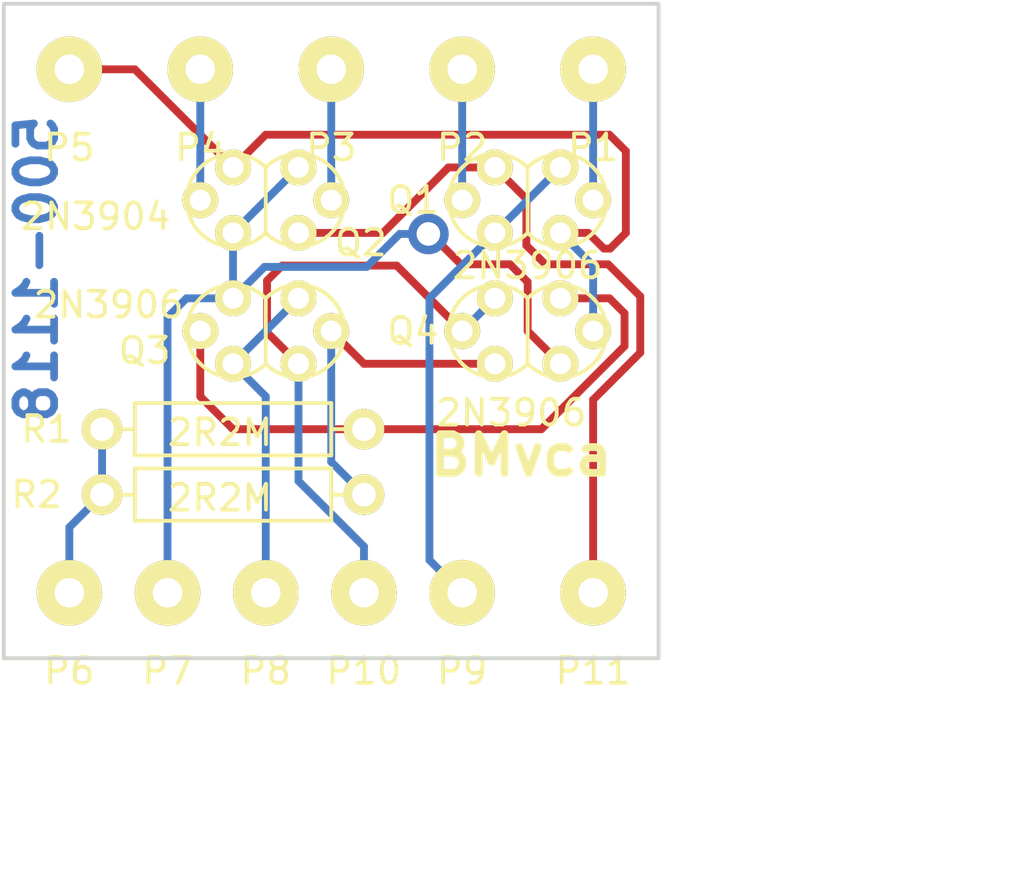
<source format=kicad_pcb>
(kicad_pcb (version 4) (host pcbnew 4.0.6)

  (general
    (links 25)
    (no_connects 0)
    (area 98.984999 88.824999 141.505715 124.620001)
    (thickness 1.6)
    (drawings 8)
    (tracks 74)
    (zones 0)
    (modules 17)
    (nets 14)
  )

  (page A)
  (title_block
    (title "Discrete Blackmer VCA")
    (date 2017-02-07)
    (rev A)
  )

  (layers
    (0 F.Cu signal)
    (31 B.Cu signal)
    (32 B.Adhes user)
    (33 F.Adhes user)
    (34 B.Paste user)
    (35 F.Paste user)
    (36 B.SilkS user)
    (37 F.SilkS user)
    (38 B.Mask user)
    (39 F.Mask user)
    (40 Dwgs.User user)
    (41 Cmts.User user)
    (42 Eco1.User user)
    (43 Eco2.User user)
    (44 Edge.Cuts user)
    (45 Margin user)
    (46 B.CrtYd user)
    (47 F.CrtYd user)
    (48 B.Fab user)
    (49 F.Fab user)
  )

  (setup
    (last_trace_width 0.3048)
    (trace_clearance 0.2032)
    (zone_clearance 0.508)
    (zone_45_only no)
    (trace_min 0.2)
    (segment_width 0.2)
    (edge_width 0.15)
    (via_size 1.5748)
    (via_drill 0.9144)
    (via_min_size 0.4)
    (via_min_drill 0.3)
    (uvia_size 0.3)
    (uvia_drill 0.1)
    (uvias_allowed no)
    (uvia_min_size 0.2)
    (uvia_min_drill 0.1)
    (pcb_text_width 0.3)
    (pcb_text_size 1.5 1.5)
    (mod_edge_width 0.15)
    (mod_text_size 1 1)
    (mod_text_width 0.15)
    (pad_size 2.54 2.54)
    (pad_drill 1.143)
    (pad_to_mask_clearance 0.2)
    (aux_axis_origin 0 0)
    (visible_elements 7FFFFFFF)
    (pcbplotparams
      (layerselection 0x010f0_80000001)
      (usegerberextensions false)
      (excludeedgelayer true)
      (linewidth 0.100000)
      (plotframeref false)
      (viasonmask false)
      (mode 1)
      (useauxorigin false)
      (hpglpennumber 1)
      (hpglpenspeed 20)
      (hpglpendiameter 15)
      (hpglpenoverlay 2)
      (psnegative false)
      (psa4output false)
      (plotreference true)
      (plotvalue true)
      (plotinvisibletext false)
      (padsonsilk false)
      (subtractmaskfromsilk false)
      (outputformat 1)
      (mirror false)
      (drillshape 0)
      (scaleselection 1)
      (outputdirectory Fab/))
  )

  (net 0 "")
  (net 1 "Net-(P1-Pad1)")
  (net 2 "Net-(P2-Pad1)")
  (net 3 "Net-(P3-Pad1)")
  (net 4 "Net-(P4-Pad1)")
  (net 5 "Net-(P5-Pad1)")
  (net 6 "Net-(P6-Pad1)")
  (net 7 "Net-(P7-Pad1)")
  (net 8 "Net-(P8-Pad1)")
  (net 9 "Net-(P9-Pad1)")
  (net 10 "Net-(P10-Pad1)")
  (net 11 "Net-(P11-Pad1)")
  (net 12 "Net-(Q3-Pad2)")
  (net 13 "Net-(Q3-Pad5)")

  (net_class Default "This is the default net class."
    (clearance 0.2032)
    (trace_width 0.3048)
    (via_dia 1.5748)
    (via_drill 0.9144)
    (uvia_dia 0.3)
    (uvia_drill 0.1)
    (add_net "Net-(P1-Pad1)")
    (add_net "Net-(P10-Pad1)")
    (add_net "Net-(P11-Pad1)")
    (add_net "Net-(P2-Pad1)")
    (add_net "Net-(P3-Pad1)")
    (add_net "Net-(P4-Pad1)")
    (add_net "Net-(P5-Pad1)")
    (add_net "Net-(P6-Pad1)")
    (add_net "Net-(P7-Pad1)")
    (add_net "Net-(P8-Pad1)")
    (add_net "Net-(P9-Pad1)")
    (add_net "Net-(Q3-Pad2)")
    (add_net "Net-(Q3-Pad5)")
  )

  (module FootPrints:AXIAL0.4 (layer F.Cu) (tedit 5899FF65) (tstamp 5899EEFB)
    (at 107.95 105.41)
    (path /58994FF2)
    (fp_text reference R1 (at -7.239 0) (layer F.SilkS)
      (effects (font (size 1 1) (thickness 0.15)))
    )
    (fp_text value 2R2M (at -0.508 0.127) (layer F.SilkS)
      (effects (font (size 1 1) (thickness 0.15)))
    )
    (fp_line (start -3.81 -1.016) (end -3.81 1.016) (layer F.SilkS) (width 0.15))
    (fp_line (start 3.81 -1.016) (end 3.81 1.016) (layer F.SilkS) (width 0.15))
    (fp_line (start -3.81 0) (end -4.318 0) (layer F.SilkS) (width 0.15))
    (fp_line (start 4.445 0) (end 3.81 0) (layer F.SilkS) (width 0.15))
    (fp_line (start -3.81 1.016) (end 3.81 1.016) (layer F.SilkS) (width 0.15))
    (fp_line (start 3.81 -1.016) (end -3.81 -1.016) (layer F.SilkS) (width 0.15))
    (pad 1 thru_hole circle (at -5.08 0) (size 1.5748 1.5748) (drill 0.9144) (layers *.Cu *.Mask F.SilkS)
      (net 6 "Net-(P6-Pad1)"))
    (pad 2 thru_hole circle (at 5.08 0) (size 1.5748 1.5748) (drill 0.9144) (layers *.Cu *.Mask F.SilkS)
      (net 12 "Net-(Q3-Pad2)"))
  )

  (module FootPrints:AXIAL0.4 (layer F.Cu) (tedit 5899FF60) (tstamp 5899EF07)
    (at 107.95 107.95)
    (path /589950DF)
    (fp_text reference R2 (at -7.62 0) (layer F.SilkS)
      (effects (font (size 1 1) (thickness 0.15)))
    )
    (fp_text value 2R2M (at -0.508 0.127) (layer F.SilkS)
      (effects (font (size 1 1) (thickness 0.15)))
    )
    (fp_line (start -3.81 -1.016) (end -3.81 1.016) (layer F.SilkS) (width 0.15))
    (fp_line (start 3.81 -1.016) (end 3.81 1.016) (layer F.SilkS) (width 0.15))
    (fp_line (start -3.81 0) (end -4.318 0) (layer F.SilkS) (width 0.15))
    (fp_line (start 4.445 0) (end 3.81 0) (layer F.SilkS) (width 0.15))
    (fp_line (start -3.81 1.016) (end 3.81 1.016) (layer F.SilkS) (width 0.15))
    (fp_line (start 3.81 -1.016) (end -3.81 -1.016) (layer F.SilkS) (width 0.15))
    (pad 1 thru_hole circle (at -5.08 0) (size 1.5748 1.5748) (drill 0.9144) (layers *.Cu *.Mask F.SilkS)
      (net 6 "Net-(P6-Pad1)"))
    (pad 2 thru_hole circle (at 5.08 0) (size 1.5748 1.5748) (drill 0.9144) (layers *.Cu *.Mask F.SilkS)
      (net 13 "Net-(Q3-Pad5)"))
  )

  (module FootPrints:DUAL_TO92 (layer F.Cu) (tedit 589B65D9) (tstamp 5899EEEF)
    (at 119.38 101.6 90)
    (path /5896A5E1)
    (fp_text reference Q4 (at 0 -4.445 180) (layer F.SilkS)
      (effects (font (size 1 1) (thickness 0.15)))
    )
    (fp_text value 2N3906 (at -3.175 -0.635 180) (layer F.SilkS)
      (effects (font (size 1 1) (thickness 0.15)))
    )
    (fp_arc (start 0 1.27) (end -1.27 2.54) (angle 90) (layer F.SilkS) (width 0.15))
    (fp_arc (start 0 1.27) (end 1.27 2.54) (angle 90) (layer F.SilkS) (width 0.15))
    (fp_arc (start 0 1.27) (end 1.27 0) (angle 90) (layer F.SilkS) (width 0.15))
    (fp_arc (start 0 -1.27) (end 1.27 -2.54) (angle 90) (layer F.SilkS) (width 0.15))
    (fp_arc (start 0 -1.27) (end -1.27 -2.54) (angle 90) (layer F.SilkS) (width 0.15))
    (fp_arc (start 0 -1.27) (end -1.27 0) (angle 90) (layer F.SilkS) (width 0.15))
    (fp_line (start -1.27 0) (end 1.27 0) (layer F.SilkS) (width 0.15))
    (pad 2 thru_hole circle (at 0 2.54 90) (size 1.397 1.397) (drill 0.8128) (layers *.Cu *.Mask F.SilkS)
      (net 5 "Net-(P5-Pad1)"))
    (pad 3 thru_hole circle (at -1.27 1.27 90) (size 1.397 1.397) (drill 0.8128) (layers *.Cu *.Mask F.SilkS)
      (net 7 "Net-(P7-Pad1)"))
    (pad 1 thru_hole circle (at 1.27 1.27 90) (size 1.397 1.397) (drill 0.8128) (layers *.Cu *.Mask F.SilkS)
      (net 12 "Net-(Q3-Pad2)"))
    (pad 6 thru_hole circle (at 1.27 -1.27 90) (size 1.397 1.397) (drill 0.8128) (layers *.Cu *.Mask F.SilkS)
      (net 10 "Net-(P10-Pad1)"))
    (pad 4 thru_hole circle (at -1.27 -1.27 90) (size 1.397 1.397) (drill 0.8128) (layers *.Cu *.Mask F.SilkS)
      (net 13 "Net-(Q3-Pad5)"))
    (pad 5 thru_hole circle (at 0 -2.54 90) (size 1.397 1.397) (drill 0.8128) (layers *.Cu *.Mask F.SilkS)
      (net 10 "Net-(P10-Pad1)"))
  )

  (module FootPrints:DUAL_TO92 (layer F.Cu) (tedit 589B6640) (tstamp 5899EEDE)
    (at 109.22 101.6 270)
    (path /5896A73E)
    (fp_text reference Q3 (at 0.762 4.699 360) (layer F.SilkS)
      (effects (font (size 1 1) (thickness 0.15)))
    )
    (fp_text value 2N3906 (at -1.016 6.096 360) (layer F.SilkS)
      (effects (font (size 1 1) (thickness 0.15)))
    )
    (fp_arc (start 0 1.27) (end -1.27 2.54) (angle 90) (layer F.SilkS) (width 0.15))
    (fp_arc (start 0 1.27) (end 1.27 2.54) (angle 90) (layer F.SilkS) (width 0.15))
    (fp_arc (start 0 1.27) (end 1.27 0) (angle 90) (layer F.SilkS) (width 0.15))
    (fp_arc (start 0 -1.27) (end 1.27 -2.54) (angle 90) (layer F.SilkS) (width 0.15))
    (fp_arc (start 0 -1.27) (end -1.27 -2.54) (angle 90) (layer F.SilkS) (width 0.15))
    (fp_arc (start 0 -1.27) (end -1.27 0) (angle 90) (layer F.SilkS) (width 0.15))
    (fp_line (start -1.27 0) (end 1.27 0) (layer F.SilkS) (width 0.15))
    (pad 2 thru_hole circle (at 0 2.54 270) (size 1.397 1.397) (drill 0.8128) (layers *.Cu *.Mask F.SilkS)
      (net 12 "Net-(Q3-Pad2)"))
    (pad 3 thru_hole circle (at -1.27 1.27 270) (size 1.397 1.397) (drill 0.8128) (layers *.Cu *.Mask F.SilkS)
      (net 7 "Net-(P7-Pad1)"))
    (pad 1 thru_hole circle (at 1.27 1.27 270) (size 1.397 1.397) (drill 0.8128) (layers *.Cu *.Mask F.SilkS)
      (net 8 "Net-(P8-Pad1)"))
    (pad 6 thru_hole circle (at 1.27 -1.27 270) (size 1.397 1.397) (drill 0.8128) (layers *.Cu *.Mask F.SilkS)
      (net 10 "Net-(P10-Pad1)"))
    (pad 4 thru_hole circle (at -1.27 -1.27 270) (size 1.397 1.397) (drill 0.8128) (layers *.Cu *.Mask F.SilkS)
      (net 8 "Net-(P8-Pad1)"))
    (pad 5 thru_hole circle (at 0 -2.54 270) (size 1.397 1.397) (drill 0.8128) (layers *.Cu *.Mask F.SilkS)
      (net 13 "Net-(Q3-Pad5)"))
  )

  (module FootPrints:DUAL_TO92 (layer F.Cu) (tedit 589B6633) (tstamp 5899EECD)
    (at 109.22 96.52 270)
    (path /5896A1D7)
    (fp_text reference Q2 (at 1.651 -3.683 360) (layer F.SilkS)
      (effects (font (size 1 1) (thickness 0.15)))
    )
    (fp_text value 2N3904 (at 0.635 6.604 360) (layer F.SilkS)
      (effects (font (size 1 1) (thickness 0.15)))
    )
    (fp_arc (start 0 1.27) (end -1.27 2.54) (angle 90) (layer F.SilkS) (width 0.15))
    (fp_arc (start 0 1.27) (end 1.27 2.54) (angle 90) (layer F.SilkS) (width 0.15))
    (fp_arc (start 0 1.27) (end 1.27 0) (angle 90) (layer F.SilkS) (width 0.15))
    (fp_arc (start 0 -1.27) (end 1.27 -2.54) (angle 90) (layer F.SilkS) (width 0.15))
    (fp_arc (start 0 -1.27) (end -1.27 -2.54) (angle 90) (layer F.SilkS) (width 0.15))
    (fp_arc (start 0 -1.27) (end -1.27 0) (angle 90) (layer F.SilkS) (width 0.15))
    (fp_line (start -1.27 0) (end 1.27 0) (layer F.SilkS) (width 0.15))
    (pad 2 thru_hole circle (at 0 2.54 270) (size 1.397 1.397) (drill 0.8128) (layers *.Cu *.Mask F.SilkS)
      (net 4 "Net-(P4-Pad1)"))
    (pad 3 thru_hole circle (at -1.27 1.27 270) (size 1.397 1.397) (drill 0.8128) (layers *.Cu *.Mask F.SilkS)
      (net 5 "Net-(P5-Pad1)"))
    (pad 1 thru_hole circle (at 1.27 1.27 270) (size 1.397 1.397) (drill 0.8128) (layers *.Cu *.Mask F.SilkS)
      (net 7 "Net-(P7-Pad1)"))
    (pad 6 thru_hole circle (at 1.27 -1.27 270) (size 1.397 1.397) (drill 0.8128) (layers *.Cu *.Mask F.SilkS)
      (net 11 "Net-(P11-Pad1)"))
    (pad 4 thru_hole circle (at -1.27 -1.27 270) (size 1.397 1.397) (drill 0.8128) (layers *.Cu *.Mask F.SilkS)
      (net 7 "Net-(P7-Pad1)"))
    (pad 5 thru_hole circle (at 0 -2.54 270) (size 1.397 1.397) (drill 0.8128) (layers *.Cu *.Mask F.SilkS)
      (net 3 "Net-(P3-Pad1)"))
  )

  (module FootPrints:DUAL_TO92 (layer F.Cu) (tedit 589B65D0) (tstamp 5899EEBC)
    (at 119.38 96.52 90)
    (path /5896A255)
    (fp_text reference Q1 (at 0 -4.445 180) (layer F.SilkS)
      (effects (font (size 1 1) (thickness 0.15)))
    )
    (fp_text value 2N3906 (at -2.54 0 180) (layer F.SilkS)
      (effects (font (size 1 1) (thickness 0.15)))
    )
    (fp_arc (start 0 1.27) (end -1.27 2.54) (angle 90) (layer F.SilkS) (width 0.15))
    (fp_arc (start 0 1.27) (end 1.27 2.54) (angle 90) (layer F.SilkS) (width 0.15))
    (fp_arc (start 0 1.27) (end 1.27 0) (angle 90) (layer F.SilkS) (width 0.15))
    (fp_arc (start 0 -1.27) (end 1.27 -2.54) (angle 90) (layer F.SilkS) (width 0.15))
    (fp_arc (start 0 -1.27) (end -1.27 -2.54) (angle 90) (layer F.SilkS) (width 0.15))
    (fp_arc (start 0 -1.27) (end -1.27 0) (angle 90) (layer F.SilkS) (width 0.15))
    (fp_line (start -1.27 0) (end 1.27 0) (layer F.SilkS) (width 0.15))
    (pad 2 thru_hole circle (at 0 2.54 90) (size 1.397 1.397) (drill 0.8128) (layers *.Cu *.Mask F.SilkS)
      (net 1 "Net-(P1-Pad1)"))
    (pad 3 thru_hole circle (at -1.27 1.27 90) (size 1.397 1.397) (drill 0.8128) (layers *.Cu *.Mask F.SilkS)
      (net 5 "Net-(P5-Pad1)"))
    (pad 1 thru_hole circle (at 1.27 1.27 90) (size 1.397 1.397) (drill 0.8128) (layers *.Cu *.Mask F.SilkS)
      (net 9 "Net-(P9-Pad1)"))
    (pad 6 thru_hole circle (at 1.27 -1.27 90) (size 1.397 1.397) (drill 0.8128) (layers *.Cu *.Mask F.SilkS)
      (net 11 "Net-(P11-Pad1)"))
    (pad 4 thru_hole circle (at -1.27 -1.27 90) (size 1.397 1.397) (drill 0.8128) (layers *.Cu *.Mask F.SilkS)
      (net 9 "Net-(P9-Pad1)"))
    (pad 5 thru_hole circle (at 0 -2.54 90) (size 1.397 1.397) (drill 0.8128) (layers *.Cu *.Mask F.SilkS)
      (net 2 "Net-(P2-Pad1)"))
  )

  (module FootPrints:PAD (layer F.Cu) (tedit 58CB3E9B) (tstamp 5899EEAB)
    (at 121.92 114.3)
    (path /5896AE12)
    (fp_text reference P11 (at 0 0.5) (layer F.SilkS)
      (effects (font (size 1 1) (thickness 0.15)))
    )
    (fp_text value Io (at 0 -0.5) (layer F.Fab)
      (effects (font (size 1 1) (thickness 0.15)))
    )
    (pad 1 thru_hole circle (at 0 -2.54) (size 2.54 2.54) (drill 1.143) (layers *.Cu *.Mask F.SilkS)
      (net 11 "Net-(P11-Pad1)"))
  )

  (module FootPrints:PAD (layer F.Cu) (tedit 58CB3E9B) (tstamp 5899EEA6)
    (at 113.03 114.3)
    (path /5896BBCA)
    (fp_text reference P10 (at 0 0.5) (layer F.SilkS)
      (effects (font (size 1 1) (thickness 0.15)))
    )
    (fp_text value Bal (at 0 -0.5) (layer F.Fab)
      (effects (font (size 1 1) (thickness 0.15)))
    )
    (pad 1 thru_hole circle (at 0 -2.54) (size 2.54 2.54) (drill 1.143) (layers *.Cu *.Mask F.SilkS)
      (net 10 "Net-(P10-Pad1)"))
  )

  (module FootPrints:PAD (layer F.Cu) (tedit 58CB3E9B) (tstamp 5899EEA1)
    (at 116.84 114.3)
    (path /5896AD01)
    (fp_text reference P9 (at 0 0.5) (layer F.SilkS)
      (effects (font (size 1 1) (thickness 0.15)))
    )
    (fp_text value Ieep (at 0 -0.5) (layer F.Fab)
      (effects (font (size 1 1) (thickness 0.15)))
    )
    (pad 1 thru_hole circle (at 0 -2.54) (size 2.54 2.54) (drill 1.143) (layers *.Cu *.Mask F.SilkS)
      (net 9 "Net-(P9-Pad1)"))
  )

  (module FootPrints:PAD (layer F.Cu) (tedit 58CB3E9B) (tstamp 5899EE9C)
    (at 109.22 114.3)
    (path /5896AD98)
    (fp_text reference P8 (at 0 0.5) (layer F.SilkS)
      (effects (font (size 1 1) (thickness 0.15)))
    )
    (fp_text value Ibias (at 0 -0.5) (layer F.Fab)
      (effects (font (size 1 1) (thickness 0.15)))
    )
    (pad 1 thru_hole circle (at 0 -2.54) (size 2.54 2.54) (drill 1.143) (layers *.Cu *.Mask F.SilkS)
      (net 8 "Net-(P8-Pad1)"))
  )

  (module FootPrints:PAD (layer F.Cu) (tedit 58CB3E9B) (tstamp 5899EE97)
    (at 105.41 114.3)
    (path /5896AB0B)
    (fp_text reference P7 (at 0 0.5) (layer F.SilkS)
      (effects (font (size 1 1) (thickness 0.15)))
    )
    (fp_text value Ieen (at 0 -0.5) (layer F.Fab)
      (effects (font (size 1 1) (thickness 0.15)))
    )
    (pad 1 thru_hole circle (at 0 -2.54) (size 2.54 2.54) (drill 1.143) (layers *.Cu *.Mask F.SilkS)
      (net 7 "Net-(P7-Pad1)"))
  )

  (module FootPrints:PAD (layer F.Cu) (tedit 58CB3E9B) (tstamp 5899EE92)
    (at 101.6 114.3)
    (path /5896BE18)
    (fp_text reference P6 (at 0 0.5) (layer F.SilkS)
      (effects (font (size 1 1) (thickness 0.15)))
    )
    (fp_text value Vcc (at 0 -0.5) (layer F.Fab)
      (effects (font (size 1 1) (thickness 0.15)))
    )
    (pad 1 thru_hole circle (at 0 -2.54) (size 2.54 2.54) (drill 1.143) (layers *.Cu *.Mask F.SilkS)
      (net 6 "Net-(P6-Pad1)"))
  )

  (module FootPrints:PAD (layer F.Cu) (tedit 58CB3E9B) (tstamp 5899EE8D)
    (at 101.6 93.98)
    (path /5896AC2D)
    (fp_text reference P5 (at 0 0.5) (layer F.SilkS)
      (effects (font (size 1 1) (thickness 0.15)))
    )
    (fp_text value Ii (at 0 -0.5) (layer F.Fab)
      (effects (font (size 1 1) (thickness 0.15)))
    )
    (pad 1 thru_hole circle (at 0 -2.54) (size 2.54 2.54) (drill 1.143) (layers *.Cu *.Mask F.SilkS)
      (net 5 "Net-(P5-Pad1)"))
  )

  (module FootPrints:PAD (layer F.Cu) (tedit 58CB3E9B) (tstamp 5899EE88)
    (at 106.68 93.98)
    (path /5896AFCF)
    (fp_text reference P4 (at 0 0.5) (layer F.SilkS)
      (effects (font (size 1 1) (thickness 0.15)))
    )
    (fp_text value Vc-N (at 0 -0.5) (layer F.Fab)
      (effects (font (size 1 1) (thickness 0.15)))
    )
    (pad 1 thru_hole circle (at 0 -2.54) (size 2.54 2.54) (drill 1.143) (layers *.Cu *.Mask F.SilkS)
      (net 4 "Net-(P4-Pad1)"))
  )

  (module FootPrints:PAD (layer F.Cu) (tedit 58CB3E9B) (tstamp 5899EE83)
    (at 111.76 93.98)
    (path /58996121)
    (fp_text reference P3 (at 0 0.5) (layer F.SilkS)
      (effects (font (size 1 1) (thickness 0.15)))
    )
    (fp_text value Vc+N (at 0 -0.5) (layer F.Fab)
      (effects (font (size 1 1) (thickness 0.15)))
    )
    (pad 1 thru_hole circle (at 0 -2.54) (size 2.54 2.54) (drill 1.143) (layers *.Cu *.Mask F.SilkS)
      (net 3 "Net-(P3-Pad1)"))
  )

  (module FootPrints:PAD (layer F.Cu) (tedit 58CB3E9B) (tstamp 5899EE7E)
    (at 116.84 93.98)
    (path /58995CC0)
    (fp_text reference P2 (at 0 0.5) (layer F.SilkS)
      (effects (font (size 1 1) (thickness 0.15)))
    )
    (fp_text value Vc-P (at 0 -0.5) (layer F.Fab)
      (effects (font (size 1 1) (thickness 0.15)))
    )
    (pad 1 thru_hole circle (at 0 -2.54) (size 2.54 2.54) (drill 1.143) (layers *.Cu *.Mask F.SilkS))
  )

  (module FootPrints:PAD (layer F.Cu) (tedit 58CB3E9B) (tstamp 5899EE79)
    (at 121.92 93.98)
    (path /5896AF91)
    (fp_text reference P1 (at 0 0.5) (layer F.SilkS)
      (effects (font (size 1 1) (thickness 0.15)))
    )
    (fp_text value Vc+P (at 0 -0.5) (layer F.Fab)
      (effects (font (size 1 1) (thickness 0.15)))
    )
    (pad 1 thru_hole circle (at 0 -2.54) (size 2.54 2.54) (drill 1.143) (layers *.Cu *.Mask F.SilkS)
      (net 1 "Net-(P1-Pad1)"))
  )

  (gr_text BMvca (at 119.126 106.426) (layer F.SilkS)
    (effects (font (size 1.5 1.5) (thickness 0.3)))
  )
  (dimension 25.4 (width 0.3) (layer F.Fab)
    (gr_text "1.0000 in" (at 135.97 101.6 270) (layer F.Fab)
      (effects (font (size 1.5 1.5) (thickness 0.3)))
    )
    (feature1 (pts (xy 127 114.3) (xy 137.32 114.3)))
    (feature2 (pts (xy 127 88.9) (xy 137.32 88.9)))
    (crossbar (pts (xy 134.62 88.9) (xy 134.62 114.3)))
    (arrow1a (pts (xy 134.62 114.3) (xy 134.033579 113.173496)))
    (arrow1b (pts (xy 134.62 114.3) (xy 135.206421 113.173496)))
    (arrow2a (pts (xy 134.62 88.9) (xy 134.033579 90.026504)))
    (arrow2b (pts (xy 134.62 88.9) (xy 135.206421 90.026504)))
  )
  (dimension 25.4 (width 0.3) (layer F.Fab)
    (gr_text "1.0000 in" (at 111.76 123.27) (layer F.Fab)
      (effects (font (size 1.5 1.5) (thickness 0.3)))
    )
    (feature1 (pts (xy 124.46 116.84) (xy 124.46 124.62)))
    (feature2 (pts (xy 99.06 116.84) (xy 99.06 124.62)))
    (crossbar (pts (xy 99.06 121.92) (xy 124.46 121.92)))
    (arrow1a (pts (xy 124.46 121.92) (xy 123.333496 122.506421)))
    (arrow1b (pts (xy 124.46 121.92) (xy 123.333496 121.333579)))
    (arrow2a (pts (xy 99.06 121.92) (xy 100.186504 122.506421)))
    (arrow2b (pts (xy 99.06 121.92) (xy 100.186504 121.333579)))
  )
  (gr_line (start 99.06 88.9) (end 99.06 114.3) (angle 90) (layer Edge.Cuts) (width 0.15))
  (gr_line (start 124.46 88.9) (end 99.06 88.9) (angle 90) (layer Edge.Cuts) (width 0.15))
  (gr_line (start 124.46 114.3) (end 124.46 88.9) (angle 90) (layer Edge.Cuts) (width 0.15))
  (gr_text 500-1118 (at 100.33 99.187 90) (layer B.Cu)
    (effects (font (size 1.5 1.5) (thickness 0.3)) (justify mirror))
  )
  (gr_line (start 124.46 114.3) (end 99.06 114.3) (angle 90) (layer Edge.Cuts) (width 0.15))

  (segment (start 116.84 91.44) (end 116.84 96.52) (width 0.3048) (layer B.Cu) (net 0) (status 30))
  (segment (start 121.92 91.44) (end 121.92 96.52) (width 0.3048) (layer B.Cu) (net 1) (status 30))
  (segment (start 111.76 91.44) (end 111.76 96.52) (width 0.3048) (layer B.Cu) (net 3) (status 30))
  (segment (start 106.68 91.44) (end 106.68 96.52) (width 0.3048) (layer B.Cu) (net 4) (status 30))
  (segment (start 122.33722 98.39959) (end 121.72763 97.79) (width 0.3048) (layer F.Cu) (net 5))
  (segment (start 122.555 93.98) (end 123.19 94.615) (width 0.3048) (layer F.Cu) (net 5))
  (segment (start 109.22 93.98) (end 122.555 93.98) (width 0.3048) (layer F.Cu) (net 5))
  (segment (start 121.72763 97.79) (end 120.65 97.79) (width 0.3048) (layer F.Cu) (net 5) (status 20))
  (segment (start 123.19 94.615) (end 123.19 97.79) (width 0.3048) (layer F.Cu) (net 5))
  (segment (start 107.95 95.25) (end 109.22 93.98) (width 0.3048) (layer F.Cu) (net 5) (status 10))
  (segment (start 122.58041 98.39959) (end 122.33722 98.39959) (width 0.3048) (layer F.Cu) (net 5))
  (segment (start 123.19 97.79) (end 122.58041 98.39959) (width 0.3048) (layer F.Cu) (net 5))
  (segment (start 101.6 91.44) (end 104.14 91.44) (width 0.3048) (layer F.Cu) (net 5) (status 10))
  (segment (start 104.14 91.44) (end 107.95 95.25) (width 0.3048) (layer F.Cu) (net 5) (status 20))
  (segment (start 121.92 101.6) (end 121.92 99.06) (width 0.3048) (layer B.Cu) (net 5) (status 10))
  (segment (start 121.92 99.06) (end 120.65 97.79) (width 0.3048) (layer B.Cu) (net 5) (status 20))
  (segment (start 102.87 107.95) (end 101.6 109.22) (width 0.3048) (layer B.Cu) (net 6) (status 10))
  (segment (start 101.6 109.22) (end 101.6 111.76) (width 0.3048) (layer B.Cu) (net 6) (status 20))
  (segment (start 102.87 105.41) (end 102.87 107.95) (width 0.3048) (layer B.Cu) (net 6) (status 30))
  (segment (start 115.528882 97.831118) (end 114.415331 97.831118) (width 0.3048) (layer B.Cu) (net 7))
  (segment (start 114.415331 97.831118) (end 113.13565 99.110799) (width 0.3048) (layer B.Cu) (net 7))
  (segment (start 113.13565 99.110799) (end 109.169201 99.110799) (width 0.3048) (layer B.Cu) (net 7))
  (segment (start 109.169201 99.110799) (end 107.95 100.33) (width 0.3048) (layer B.Cu) (net 7) (status 20))
  (segment (start 116.789201 99.009201) (end 115.611118 97.831118) (width 0.3048) (layer F.Cu) (net 7))
  (segment (start 115.611118 97.831118) (end 115.528882 97.831118) (width 0.3048) (layer F.Cu) (net 7))
  (via (at 115.528882 97.831118) (size 1.5748) (drill 0.9144) (layers F.Cu B.Cu) (net 7))
  (segment (start 119.38 99.695) (end 118.694201 99.009201) (width 0.3048) (layer F.Cu) (net 7))
  (segment (start 118.694201 99.009201) (end 116.789201 99.009201) (width 0.3048) (layer F.Cu) (net 7))
  (segment (start 119.38 101.6) (end 119.38 99.695) (width 0.3048) (layer F.Cu) (net 7))
  (segment (start 120.65 102.87) (end 119.38 101.6) (width 0.3048) (layer F.Cu) (net 7) (status 10))
  (segment (start 105.41 111.76) (end 105.41 101.065582) (width 0.3048) (layer B.Cu) (net 7) (status 10))
  (segment (start 105.41 101.065582) (end 106.145582 100.33) (width 0.3048) (layer B.Cu) (net 7))
  (segment (start 106.145582 100.33) (end 107.95 100.33) (width 0.3048) (layer B.Cu) (net 7) (status 20))
  (segment (start 110.49 95.25) (end 107.95 97.79) (width 0.3048) (layer B.Cu) (net 7) (status 30))
  (segment (start 107.95 97.79) (end 107.95 100.33) (width 0.3048) (layer B.Cu) (net 7) (status 30))
  (segment (start 109.22 111.76) (end 109.22 104.14) (width 0.3048) (layer B.Cu) (net 8) (status 10))
  (segment (start 109.22 104.14) (end 107.95 102.87) (width 0.3048) (layer B.Cu) (net 8) (status 20))
  (segment (start 110.49 100.33) (end 107.95 102.87) (width 0.3048) (layer B.Cu) (net 8) (status 30))
  (segment (start 116.84 111.76) (end 115.570001 110.490001) (width 0.3048) (layer B.Cu) (net 9) (status 10))
  (segment (start 115.570001 110.490001) (end 115.570001 100.329999) (width 0.3048) (layer B.Cu) (net 9))
  (segment (start 118.11 97.79) (end 120.65 95.25) (width 0.3048) (layer B.Cu) (net 9) (status 30))
  (segment (start 115.570001 100.329999) (end 118.11 97.79) (width 0.3048) (layer B.Cu) (net 9) (status 20))
  (segment (start 118.11 100.33) (end 116.84 101.6) (width 0.3048) (layer B.Cu) (net 10) (status 30))
  (segment (start 109.855 99.06) (end 109.270799 99.644201) (width 0.3048) (layer F.Cu) (net 10))
  (segment (start 109.270799 99.644201) (end 109.270799 101.650799) (width 0.3048) (layer F.Cu) (net 10))
  (segment (start 109.270799 101.650799) (end 110.49 102.87) (width 0.3048) (layer F.Cu) (net 10) (status 20))
  (segment (start 114.3 99.06) (end 109.855 99.06) (width 0.3048) (layer F.Cu) (net 10))
  (segment (start 116.84 101.6) (end 114.3 99.06) (width 0.3048) (layer F.Cu) (net 10) (status 10))
  (segment (start 113.03 111.76) (end 113.03 109.963949) (width 0.3048) (layer B.Cu) (net 10) (status 10))
  (segment (start 110.49 107.423949) (end 110.49 102.87) (width 0.3048) (layer B.Cu) (net 10) (status 20))
  (segment (start 113.03 109.963949) (end 110.49 107.423949) (width 0.3048) (layer B.Cu) (net 10))
  (segment (start 122.504201 99.009201) (end 120.064783 99.009201) (width 0.3048) (layer F.Cu) (net 11))
  (segment (start 123.748812 100.253812) (end 122.504201 99.009201) (width 0.3048) (layer F.Cu) (net 11))
  (segment (start 121.92 104.266538) (end 123.748812 102.437726) (width 0.3048) (layer F.Cu) (net 11))
  (segment (start 121.92 111.76) (end 121.92 104.266538) (width 0.3048) (layer F.Cu) (net 11) (status 10))
  (segment (start 123.748812 102.437726) (end 123.748812 100.253812) (width 0.3048) (layer F.Cu) (net 11))
  (segment (start 120.064783 99.009201) (end 119.329201 98.273619) (width 0.3048) (layer F.Cu) (net 11))
  (segment (start 119.329201 98.273619) (end 119.329201 96.469201) (width 0.3048) (layer F.Cu) (net 11))
  (segment (start 119.329201 96.469201) (end 118.11 95.25) (width 0.3048) (layer F.Cu) (net 11) (status 20))
  (segment (start 110.49 97.79) (end 113.765582 97.79) (width 0.3048) (layer F.Cu) (net 11) (status 10))
  (segment (start 113.765582 97.79) (end 116.305582 95.25) (width 0.3048) (layer F.Cu) (net 11))
  (segment (start 116.305582 95.25) (end 118.11 95.25) (width 0.3048) (layer F.Cu) (net 11) (status 20))
  (segment (start 113.03 105.41) (end 107.95 105.41) (width 0.3048) (layer F.Cu) (net 12) (status 10))
  (segment (start 107.95 105.41) (end 106.68 104.14) (width 0.3048) (layer F.Cu) (net 12))
  (segment (start 106.68 104.14) (end 106.68 101.6) (width 0.3048) (layer F.Cu) (net 12) (status 20))
  (segment (start 123.139201 100.914201) (end 122.555 100.33) (width 0.3048) (layer F.Cu) (net 12))
  (segment (start 122.555 100.33) (end 120.65 100.33) (width 0.3048) (layer F.Cu) (net 12) (status 20))
  (segment (start 123.139201 102.185217) (end 123.139201 100.914201) (width 0.3048) (layer F.Cu) (net 12))
  (segment (start 119.914418 105.41) (end 123.139201 102.185217) (width 0.3048) (layer F.Cu) (net 12))
  (segment (start 113.03 105.41) (end 119.914418 105.41) (width 0.3048) (layer F.Cu) (net 12) (status 10))
  (segment (start 111.76 101.6) (end 113.03 102.87) (width 0.3048) (layer F.Cu) (net 13) (status 10))
  (segment (start 113.03 102.87) (end 118.11 102.87) (width 0.3048) (layer F.Cu) (net 13) (status 20))
  (segment (start 113.03 107.95) (end 111.76 106.68) (width 0.3048) (layer B.Cu) (net 13) (status 10))
  (segment (start 111.76 106.68) (end 111.76 101.6) (width 0.3048) (layer B.Cu) (net 13) (status 20))

)

</source>
